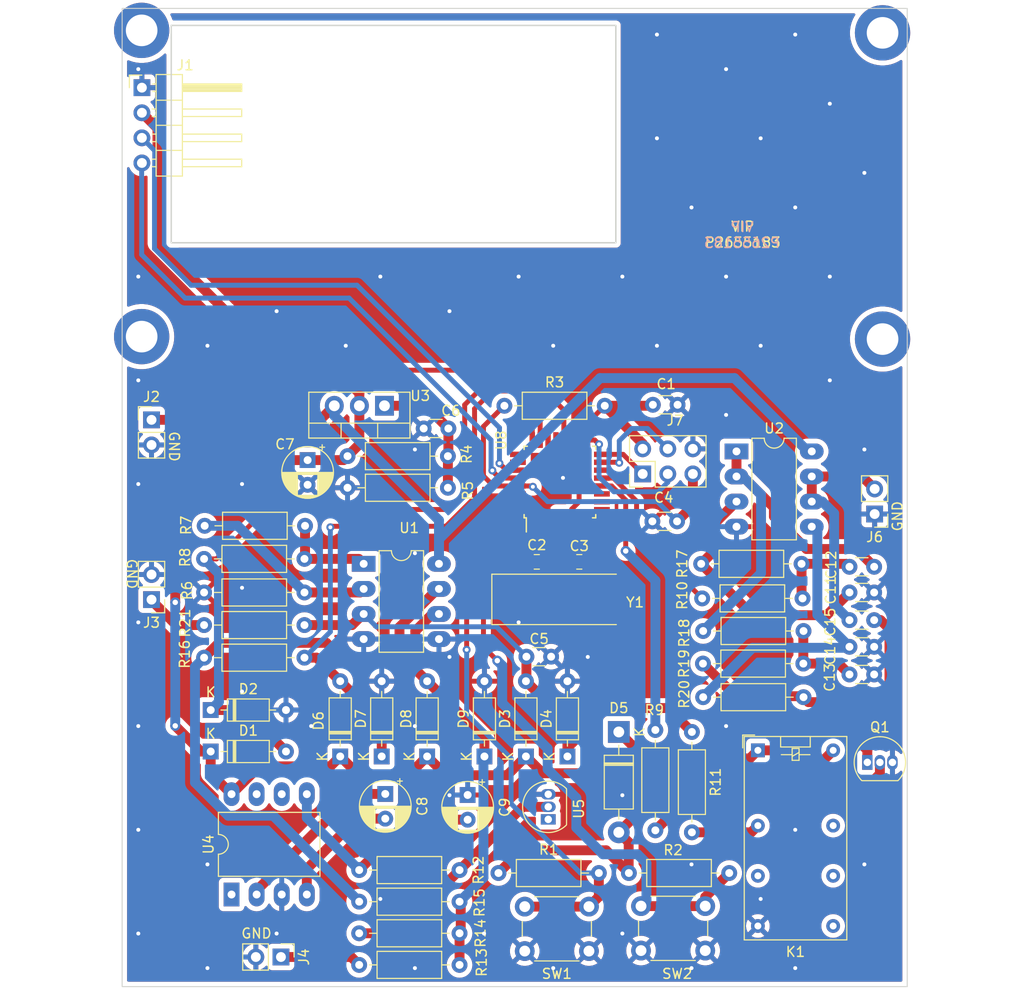
<source format=kicad_pcb>
(kicad_pcb (version 20221018) (generator pcbnew)
  (layers (0 "F.Cu" signal) (31 "B.Cu" signal) (34 "B.Paste" user) (35 "F.Paste" user) (36 "B.SilkS" user "B.Silkscreen") (37 "F.SilkS" user "F.Silkscreen") (38 "B.Mask" user) (39 "F.Mask" user) (44 "Edge.Cuts" user))
  (net 0 "")
  (net 1 "+5V")
  (net 2 "Earth")
  (net 3 "/PB6")
  (net 4 "/PB7")
  (net 5 "/RESET")
  (net 6 "Net-(D3-A)")
  (net 7 "Net-(U3-ADJ)")
  (net 8 "Net-(U4-CAP+)")
  (net 9 "Net-(U4-CAP-)")
  (net 10 "Net-(U4-VOUT)")
  (net 11 "Net-(U2A-+)")
  (net 12 "Net-(C12-Pad1)")
  (net 13 "Net-(U2A--)")
  (net 14 "Net-(C13-Pad1)")
  (net 15 "Net-(U2B-+)")
  (net 16 "Net-(C15-Pad1)")
  (net 17 "Net-(J6-Pin_2)")
  (net 18 "/ADC-DC")
  (net 19 "Net-(D5-A)")
  (net 20 "/SDA")
  (net 21 "/SCL")
  (net 22 "+9V")
  (net 23 "Net-(J3-Pin_1)")
  (net 24 "Net-(J4-Pin_1)")
  (net 25 "/MISO")
  (net 26 "/SCK")
  (net 27 "/MOSI")
  (net 28 "/Relay")
  (net 33 "Net-(Q1-B)")
  (net 34 "/Mode")
  (net 35 "/Range")
  (net 36 "Net-(U1A--)")
  (net 37 "Net-(R7-Pad2)")
  (net 38 "/Relay_switch")
  (net 39 "/PWM")
  (net 40 "Net-(U5-K)")
  (net 41 "Net-(D8-A)")
  (net 42 "/ADC-AC")
  (net 57 "Net-(R15-Pad2)")
  (footprint "Connector_PinHeader_2.54mm:PinHeader_2x03_P2.54mm_Vertical" (layer "F.Cu") (at 141.72 88.4 90)
    (fp_text reference "J7")
    (fp_text value "AVR-ISP-6")
  )
  (footprint "Capacitor_THT:C_Disc_D3.0mm_W1.6mm_P2.50mm" (layer "F.Cu") (at 145.2 93.2 180)
    (fp_text reference "C4")
    (fp_text value "100pF")
  )
  (footprint "Resistor_THT:R_Axial_DIN0207_L6.3mm_D2.5mm_P10.16mm_Horizontal" (layer "F.Cu") (at 150.48 128.8 180)
    (fp_text reference "R2")
    (fp_text value "10k")
  )
  (footprint "Resistor_THT:R_Axial_DIN0207_L6.3mm_D2.5mm_P10.16mm_Horizontal" (layer "F.Cu") (at 107.48 103.7 180)
    (fp_text reference "R21")
    (fp_text value "100k")
  )
  (footprint "Package_TO_SOT_THT:TO-92_Inline" (layer "F.Cu") (at 132.16 123.37 90)
    (fp_text reference "U5")
    (fp_text value "LM385BZ-1.2")
  )
  (footprint "Connector_PinHeader_2.54mm:PinHeader_1x02_P2.54mm_Vertical" (layer "F.Cu") (at 92 101.125 180)
    (fp_text reference "J3")
    (fp_text value "Conn_01x02")
  )
  (footprint "Diode_THT:D_DO-35_SOD27_P7.62mm_Horizontal" (layer "F.Cu") (at 115.3 117 90)
    (fp_text reference "D7")
    (fp_text value "D_Schottky")
  )
  (footprint "Connector_PinHeader_2.54mm:PinHeader_1x02_P2.54mm_Vertical" (layer "F.Cu") (at 92 82.925)
    (fp_text reference "J2")
    (fp_text value "Conn_01x02")
  )
  (footprint "Diode_THT:D_DO-35_SOD27_P7.62mm_Horizontal" (layer "F.Cu") (at 97.99 116.5)
    (fp_text reference "D1")
    (fp_text value "D_Schottky")
  )
  (footprint "Capacitor_SMD:C_0805_2012Metric_Pad1.18x1.45mm_HandSolder" (layer "F.Cu") (at 135.3 97.3)
    (fp_text reference "C3")
    (fp_text value "22pF")
  )
  (footprint "Connector_PinHeader_2.54mm:PinHeader_1x02_P2.54mm_Vertical" (layer "F.Cu") (at 105.1 137.3 -90)
    (fp_text reference "J4")
    (fp_text value "Conn_01x02")
  )
  (footprint "Resistor_THT:R_Axial_DIN0207_L6.3mm_D2.5mm_P10.16mm_Horizontal" (layer "F.Cu") (at 158 111 180)
    (fp_text reference "R20")
    (fp_text value "3.3k")
  )
  (footprint "MountingHole:MountingHole_3.2mm_M3_DIN965_Pad" (layer "F.Cu") (at 91 43.5)
    (fp_text reference "REF**" hide)
    (fp_text value "MountingHole_3.2mm_M3_DIN965_Pad")
  )
  (footprint "Capacitor_THT:C_Disc_D3.0mm_W1.6mm_P2.50mm" (layer "F.Cu") (at 129.95 106.9)
    (fp_text reference "C5")
    (fp_text value "100nF")
  )
  (footprint "Resistor_THT:R_Axial_DIN0207_L6.3mm_D2.5mm_P10.16mm_Horizontal" (layer "F.Cu") (at 97.38 93.65)
    (fp_text reference "R7")
    (fp_text value "16k")
  )
  (footprint "Resistor_THT:R_Axial_DIN0207_L6.3mm_D2.5mm_P10.16mm_Horizontal" (layer "F.Cu") (at 146.7 114.52 -90)
    (fp_text reference "R11")
    (fp_text value "10k")
  )
  (footprint "Package_DIP:DIP-8_W10.16mm_LongPads" (layer "F.Cu") (at 100.1 130.975 90)
    (fp_text reference "U4")
    (fp_text value "ICL7660")
  )
  (footprint "Diode_THT:D_DO-35_SOD27_P7.62mm_Horizontal" (layer "F.Cu") (at 129.9 117 90)
    (fp_text reference "D3")
    (fp_text value "D_Schottky")
  )
  (footprint "Diode_THT:D_DO-35_SOD27_P7.62mm_Horizontal" (layer "F.Cu") (at 97.99 112.3)
    (fp_text reference "D2")
    (fp_text value "D_Schottky")
  )
  (footprint "Package_TO_SOT_THT:TO-92_Inline" (layer "F.Cu") (at 164.46 117.6)
    (fp_text reference "Q1")
    (fp_text value "BC547")
  )
  (footprint "Capacitor_THT:C_Disc_D3.0mm_W1.6mm_P2.50mm" (layer "F.Cu") (at 162.65 100.4)
    (fp_text reference "C11")
    (fp_text value "270pF")
  )
  (footprint "Capacitor_THT:C_Disc_D3.0mm_W1.6mm_P2.50mm" (layer "F.Cu") (at 162.65 97.8)
    (fp_text reference "C12")
    (fp_text value "4.7nF")
  )
  (footprint "Diode_THT:D_DO-35_SOD27_P7.62mm_Horizontal" (layer "F.Cu") (at 111.1 117 90)
    (fp_text reference "D6")
    (fp_text value "D_Schottky")
  )
  (footprint "Package_QFP:TQFP-32_7x7mm_P0.8mm" (layer "F.Cu") (at 133.34 89.22 90)
    (fp_text reference "U8")
    (fp_text value "ATmega328P-A")
  )
  (footprint "MountingHole:MountingHole_3.2mm_M3_DIN965_Pad" (layer "F.Cu") (at 166 74.75)
    (fp_text reference "REF**" hide)
    (fp_text value "MountingHole_3.2mm_M3_DIN965_Pad")
  )
  (footprint "Diode_THT:D_DO-35_SOD27_P7.62mm_Horizontal" (layer "F.Cu") (at 125.7 117 90)
    (fp_text reference "D9")
    (fp_text value "D_Schottky")
  )
  (footprint "Capacitor_THT:C_Disc_D3.0mm_W1.6mm_P2.50mm" (layer "F.Cu") (at 165.15 103.2 180)
    (fp_text reference "C15")
    (fp_text value "4.7nF")
  )
  (footprint "Resistor_THT:R_Axial_DIN0207_L6.3mm_D2.5mm_P10.16mm_Horizontal" (layer "F.Cu") (at 113.02 134.9)
    (fp_text reference "R14")
    (fp_text value "10k")
  )
  (footprint "MountingHole:MountingHole_3.2mm_M3_DIN965_Pad" (layer "F.Cu") (at 166 43.75)
    (fp_text reference "REF**" hide)
    (fp_text value "MountingHole_3.2mm_M3_DIN965_Pad" hide)
  )
  (footprint "Package_DIP:DIP-8_W7.62mm_LongPads" (layer "F.Cu") (at 113.475 97.5)
    (fp_text reference "U1")
    (fp_text value "LM358")
  )
  (footprint "Package_DIP:DIP-8_W7.62mm_LongPads" (layer "F.Cu") (at 151.215 86.12)
    (fp_text reference "U2")
    (fp_text value "LM358")
  )
  (footprint "Package_TO_SOT_THT:TO-220-3_Vertical" (layer "F.Cu") (at 115.58 81.5 180)
    (fp_text reference "U3")
    (fp_text value "LM317L_TO92")
  )
  (footprint "Resistor_THT:R_Axial_DIN0207_L6.3mm_D2.5mm_P10.16mm_Horizontal" (layer "F.Cu") (at 123.18 131.7 180)
    (fp_text reference "R15")
    (fp_text value "20k")
  )
  (footprint "Resistor_THT:R_Axial_DIN0207_L6.3mm_D2.5mm_P10.16mm_Horizontal" (layer "F.Cu") (at 97.32 107)
    (fp_text reference "R16")
    (fp_text value "10k")
  )
  (footprint "Resistor_THT:R_Axial_DIN0207_L6.3mm_D2.5mm_P10.16mm_Horizontal" (layer "F.Cu") (at 111.84 86.6)
    (fp_text reference "R4")
    (fp_text value "220")
  )
  (footprint "Connector_PinHeader_2.54mm:PinHeader_1x04_P2.54mm_Horizontal" (layer "F.Cu") (at 91.025 49.3)
    (fp_text reference "J1")
    (fp_text value "Conn_01x04")
  )
  (footprint "Button_Switch_THT:SW_PUSH_6mm_H5mm" (layer "F.Cu") (at 129.78 132.2)
    (fp_text reference "SW1")
    (fp_text value "SW_SPST")
  )
  (footprint "Resistor_THT:R_Axial_DIN0207_L6.3mm_D2.5mm_P10.16mm_Horizontal" (layer "F.Cu") (at 97.32 100.4)
    (fp_text reference "R6")
    (fp_text value "24k")
  )
  (footprint "Capacitor_THT:CP_Radial_D5.0mm_P2.50mm" (layer "F.Cu") (at 107.8 87 -90)
    (fp_text reference "C7")
    (fp_text value "10uF")
  )
  (footprint "Connector_PinHeader_2.54mm:PinHeader_1x02_P2.54mm_Vertical" (layer "F.Cu") (at 165.2 92.46 180)
    (fp_text reference "J6")
    (fp_text value "Conn_01x02")
  )
  (footprint "Resistor_THT:R_Axial_DIN0207_L6.3mm_D2.5mm_P10.16mm_Horizontal" (layer "F.Cu") (at 127.72 81.5)
    (fp_text reference "R3")
    (fp_text value "10k")
  )
  (footprint "Diode_THT:D_DO-35_SOD27_P7.62mm_Horizontal" (layer "F.Cu") (at 119.9 117 90)
    (fp_text reference "D8")
    (fp_text value "D_Schottky")
  )
  (footprint "Capacitor_THT:CP_Radial_D5.0mm_P2.50mm" (layer "F.Cu") (at 115.66 120.794888 -90)
    (fp_text reference "C8")
    (fp_text value "10uF")
  )
  (footprint "Resistor_THT:R_Axial_DIN0207_L6.3mm_D2.5mm_P10.16mm_Horizontal" (layer "F.Cu") (at 113.02 128.5)
    (fp_text reference "R12")
    (fp_text value "1k")
  )
  (footprint "Resistor_THT:R_Axial_DIN0207_L6.3mm_D2.5mm_P10.16mm_Horizontal" (layer "F.Cu") (at 147.74 101)
    (fp_text reference "R10")
    (fp_text value "10k")
  )
  (footprint "Capacitor_THT:C_Disc_D3.0mm_W1.6mm_P2.50mm" (layer "F.Cu") (at 142.75 81.4)
    (fp_text reference "C1")
    (fp_text value "100pF")
  )
  (footprint "Resistor_THT:R_Axial_DIN0207_L6.3mm_D2.5mm_P10.16mm_Horizontal" (layer "F.Cu") (at 157.98 107.6 180)
    (fp_text reference "R19")
    (fp_text value "10k")
  )
  (footprint "Resistor_THT:R_Axial_DIN0207_L6.3mm_D2.5mm_P10.16mm_Horizontal" (layer "F.Cu") (at 147.84 104.3)
    (fp_text reference "R18")
    (fp_text value "10k")
  )
  (footprint "Crystal:Crystal_SMD_HC49-SD" (layer "F.Cu") (at 133.15 101.1)
    (fp_text reference "Y1")
    (fp_text value "16MHz")
  )
  (footprint "Resistor_THT:R_Axial_DIN0207_L6.3mm_D2.5mm_P10.16mm_Horizontal" (layer "F.Cu") (at 107.48 97 180)
    (fp_text reference "R8")
    (fp_text value "1k")
  )
  (footprint "Resistor_THT:R_Axial_DIN0207_L6.3mm_D2.5mm_P10.16mm_Horizontal" (layer "F.Cu") (at 113.02 138.1)
    (fp_text reference "R13")
    (fp_text value "82k")
  )
  (footprint "Diode_THT:D_DO-35_SOD27_P7.62mm_Horizontal" (layer "F.Cu") (at 134.1 117 90)
    (fp_text reference "D4")
    (fp_text value "D_Schottky")
  )
  (footprint "Diode_THT:D_DO-41_SOD81_P10.16mm_Horizontal" (layer "F.Cu") (at 139.3 114.52 -90)
    (fp_text reference "D5")
    (fp_text value "DIODE")
  )
  (footprint "Capacitor_SMD:C_0805_2012Metric_Pad1.18x1.45mm_HandSolder" (layer "F.Cu") (at 131 97.3 180)
    (fp_text reference "C2")
    (fp_text value "22pF")
  )
  (footprint "Relay_THT:Relay_DPDT_Omron_G5V-2" (layer "F.Cu") (at 153.38 116.38)
    (fp_text reference "K1")
    (fp_text value "G5V-2")
  )
  (footprint "Resistor_THT:R_Axial_DIN0207_L6.3mm_D2.5mm_P10.16mm_Horizontal" (layer "F.Cu") (at 143 124.48 90)
    (fp_text reference "R9")
    (fp_text value "10k")
  )
  (footprint "Resistor_THT:R_Axial_DIN0207_L6.3mm_D2.5mm_P10.16mm_Horizontal" (layer "F.Cu") (at 122 89.8 180)
    (fp_text reference "R5")
    (fp_text value "680")
  )
  (footprint "Capacitor_THT:C_Disc_D3.0mm_W1.6mm_P2.50mm" (layer "F.Cu") (at 162.65 108.7)
    (fp_text reference "C13")
    (fp_text value "220pF")
  )
  (footprint "Resistor_THT:R_Axial_DIN0207_L6.3mm_D2.5mm_P10.16mm_Horizontal" (layer "F.Cu") (at 127.12 128.8)
    (fp_text reference "R1")
    (fp_text value "10k")
  )
  (footprint "MountingHole:MountingHole_3.2mm_M3_DIN965_Pad" (layer "F.Cu") (at 91 74.5)
    (fp_text reference "REF**" hide)
    (fp_text value "MountingHole_3.2mm_M3_DIN965_Pad")
  )
  (footprint "Capacitor_THT:C_Disc_D3.0mm_W1.6mm_P2.50mm" (layer "F.Cu") (at 162.65 105.9)
    (fp_text reference "C14")
    (fp_text value "270pF")
  )
  (footprint "Capacitor_THT:C_Disc_D3.0mm_W1.6mm_P2.50mm" (layer "F.Cu") (at 122.05 83.8 180)
    (fp_text reference "C6")
    (fp_text value "0.1uF")
  )
  (footprint "Resistor_THT:R_Axial_DIN0207_L6.3mm_D2.5mm_P10.16mm_Horizontal" (layer "F.Cu") (at 157.8 97.5 180)
    (fp_text reference "R17")
    (fp_text value "3.3k")
  )
  (footprint "Capacitor_THT:CP_Radial_D5.0mm_P2.50mm" (layer "F.Cu") (at 124 120.9 -90)
    (fp_text reference "C9")
    (fp_text value "10uF")
  )
  (footprint "Button_Switch_THT:SW_PUSH_6mm_H5mm" (layer "F.Cu") (at 141.55 132.15)
    (fp_text reference "SW2")
    (fp_text value "SW_SPST")
  )
  (gr_rect (start 94 43) (end 139 65) (stroke (width 0.15)) (fill none) (layer "Edge.Cuts"))
  (gr_rect (start 89.027 41.275) (end 168.5 140.3) (stroke (width 0.1)) (fill none) (layer "Edge.Cuts"))
  (gr_text "VIP\nP2655183" (at 151.775 65.6) (layer "B.SilkS") (effects (font (size 1 1)) (justify bottom mirror)))
  (gr_text "GND" (at 89.4 96.9 -90) (layer "F.SilkS") (effects (font (size 1 1)) (justify left bottom)))
  (gr_text "GND" (at 93.7 84 -90) (layer "F.SilkS") (effects (font (size 1 1)) (justify left bottom)))
  (gr_text "GND" (at 101 135.5) (layer "F.SilkS") (effects (font (size 1 1)) (justify left bottom)))
  (gr_text "GND" (at 168.1 94.3 90) (layer "F.SilkS") (effects (font (size 1 1)) (justify left bottom)))
  (gr_text "VIP\nP2655183" (at 151.85 65.55) (layer "F.SilkS") (effects (font (size 1 1)) (justify bottom)))
  (segment (start 121.8 118.9) (end 119.9 117) (width 1) (layer "F.Cu") (net 1))
  (segment (start 97.99 118.705) (end 100.1 120.815) (width 1) (layer "F.Cu") (net 1))
  (segment (start 141.72 85.86) (end 141.72 85.34) (width 1) (layer "F.Cu") (net 1))
  (segment (start 97.99 116.5) (end 97.99 118.705) (width 1) (layer "F.Cu") (net 1))
  (segment (start 145.28 118.7) (end 158.7 118.7) (width 1) (layer "F.Cu") (net 1))
  (segment (start 134.54 91.96) (end 135.28 91.22) (width 0.5) (layer "F.Cu") (net 1))
  (segment (start 138.02 126.5) (end 140.32 128.8) (width 1) (layer "F.Cu") (net 1))
  (segment (start 133.74 84.97) (end 133.74 86.145) (width 0.5) (layer "F.Cu") (net 1))
  (segment (start 141.72 85.34) (end 137.88 81.5) (width 1) (layer "F.Cu") (net 1))
  (segment (start 133.815 86.22) (end 135.28 86.22) (width 0.5) (layer "F.Cu") (net 1))
  (segment (start 139.3 124.68) (end 145.28 118.7) (width 1) (layer "F.Cu") (net 1))
  (segment (start 135.28 86.22) (end 135.34 86.16) (width 0.5) (layer "F.Cu") (net 1))
  (segment (start 113.04 80.095) (end 115.235 77.9) (width 0.5) (layer "F.Cu") (net 1))
  (segment (start 118 118.9) (end 119.9 117) (width 1) (layer "F.Cu") (net 1))
  (segment (start 129.9 117) (end 128 118.9) (width 1) (layer "F.Cu") (net 1))
  (segment (start 134.54 92.295) (end 134.54 93.47) (width 0.5) (layer "F.Cu") (net 1))
  (segment (start 158.7 118.7) (end 161 116.4) (width 1) (layer "F.Cu") (net 1))
  (segment (start 142.65 81.5) (end 142.75 81.4) (width 1) (layer "F.Cu") (net 1))
  (segment (start 111.9 79.1) (end 106.685786 79.1) (width 1) (layer "F.Cu") (net 1))
  (segment (start 128 118.9) (end 121.8 118.9) (width 1) (layer "F.Cu") (net 1))
  (segment (start 113.04 80.24) (end 111.9 79.1) (width 1) (layer "F.Cu") (net 1))
  (segment (start 97 116.5) (end 97.99 116.5) (width 1) (layer "F.Cu") (net 1))
  (segment (start 133.74 86.145) (end 133.815 86.22) (width 0.5) (layer "F.Cu") (net 1))
  (segment (start 134.54 93.47) (end 134.54 91.96) (width 0.5) (layer "F.Cu") (net 1))
  (segment (start 113.04 81.5) (end 113.04 80.24) (width 1) (layer "F.Cu") (net 1))
  (segment (start 111.84 86.6) (end 113.04 85.4) (width 1) (layer "F.Cu") (net 1))
  (segment (start 131.6 118.7) (end 129.9 117) (width 1) (layer "F.Cu") (net 1))
  (segment (start 161 116.4) (end 161 116.38) (width 1) (layer "F.Cu") (net 1))
  (segment (start 111.44 87) (end 111.84 86.6) (width 1) (layer "F.Cu") (net 1))
  (segment (start 135.28 91.22) (end 135.28 86.22) (width 0.5) (layer "F.Cu") (net 1))
  (segment (start 111.1 117) (end 113 118.9) (width 1) (layer "F.Cu") (net 1))
  (segment (start 115.235 77.9) (end 129.7 77.9) (width 0.5) (layer "F.Cu") (net 1))
  (segment (start 94.4 113.9) (end 97 116.5) (width 1) (layer "F.Cu") (net 1))
  (segment (start 102.915 118) (end 110.1 118) (width 1) (layer "F.Cu") (net 1))
  (segment (start 139.3 124.68) (end 140.3 125.68) (width 1) (layer "F.Cu") (net 1))
  (segment (start 129.7 77.9) (end 133.74 81.94) (width 0.5) (layer "F.Cu") (net 1))
  (segment (start 133.015 92.22) (end 134.465 92.22) (width 0.5) (layer "F.Cu") (net 1))
  (segment (start 129.42 126.5) (end 138.02 126.5) (width 1) (layer "F.Cu") (net 1))
  (segment (start 133.74 81.94) (end 133.74 84.97) (width 0.5) (layer "F.Cu") (net 1))
  (segment (start 113.04 85.4) (end 113.04 81.5) (width 1) (layer "F.Cu") (net 1))
  (segment (start 107.8 87) (end 111.44 87) (width 1) (layer "F.Cu") (net 1))
  (segment (start 100.1 120.815) (end 102.915 118) (width 1) (layer "F.Cu") (net 1))
  (segment (start 135.34 86.16) (end 135.34 84.97) (width 0.5) (layer "F.Cu") (net 1))
  (segment (start 113.04 81.5) (end 113.04 80.095) (width 0.5) (layer "F.Cu") (net 1))
  (segment (start 94.4 91.8) (end 99.2 87) (width 1) (layer "F.Cu") (net 1))
  (segment (start 110.1 118) (end 111.1 117) (width 1) (layer "F.Cu") (net 1))
  (segment (start 127.12 128.8) (end 129.42 126.5) (width 1) (layer "F.Cu") (net 1))
  (segment (start 137.88 81.5) (end 142.65 81.5) (width 1) (layer "F.Cu") (net 1))
  (segment (start 132.94 93.47) (end 132.94 92.295) (width 0.5) (layer "F.Cu") (net 1))
  (segment (start 140.3 128.78) (end 140.32 128.8) (width 1) (layer "F.Cu") (net 1))
  (segment (start 113 118.9) (end 118 118.9) (width 1) (layer "F.Cu") (net 1))
  (segment (start 137.88 81.5) (end 135.34 84.04) (width 0.5) (layer "F.Cu") (net 1))
  (segment (start 135.34 84.04) (end 135.34 84.97) (width 0.5) (layer "F.Cu") (net 1))
  (segment (start 106.685786 79.1) (end 92.6 65.014214) (width 1) (layer "F.Cu") (net 1))
  (segment (start 145.28 118.7) (end 131.6 118.7) (width 1) (layer "F.Cu") (net 1))
  (segment (start 94.4 101.4) (end 94.4 91.8) (width 1) (layer "F.Cu") (net 1))
  (segment (start 140.3 125.68) (end 140.3 128.78) (width 1) (layer "F.Cu") (net 1))
  (segment (start 132.94 92.295) (end 133.015 92.22) (width 0.5) (layer "F.Cu") (net 1))
  (segment (start 99.2 87) (end 107.8 87) (width 1) (layer "F.Cu") (net 1))
  (segment (start 134.465 92.22) (end 134.54 92.295) (width 0.5) (layer "F.Cu") (net 1))
  (segment (start 92.6 53.415) (end 91.025 51.84) (width 1) (layer "F.Cu") (net 1))
  (segment (start 92.6 65.014214) (end 92.6 53.415) (width 1) (layer "F.Cu") (net 1))
  (via (at 94.4 101.4) (size 1) (drill 0.55) (layers "F.Cu" "B.Cu") (net 1))
  (via (at 94.4 113.9) (size 1) (drill 0.55) (layers "F.Cu" "B.Cu") (net 1))
  (segment (start 94.4 101.4) (end 94.4 113.9) (width 1) (layer "B.Cu") (net 1))
  (segment (start 132.94 84.97) (end 132.94 86.16) (width 0.5) (layer "F.Cu") (net 2))
  (segment (start 164.85 92.81) (end 165.2 92.46) (width 1) (layer "F.Cu") (net 2))
  (segment (start 133.3875 95.1225) (end 132.14 95.1225) (width 0.5) (layer "F.Cu") (net 2))
  (segment (start 133.74 93.47) (end 133.74 94.77) (width 0.5) (layer "F.Cu") (net 2))
  (segment (start 129.9625 97.3) (end 132.14 95.1225) (width 0.5) (layer "F.Cu") (net 2))
  (segment (start 132.14 95.1225) (end 132.14 93.47) (width 0.5) (layer "F.Cu") (net 2))
  (segment (start 132.14 86.96) (end 132.14 93.47) (width 0.5) (layer "F.Cu") (net 2))
  (segment (start 132.94 86.16) (end 132.14 86.96) (width 0.5) (layer "F.Cu") (net 2))
  (segment (start 133.74 94.77) (end 133.3875 95.1225) (width 0.5) (layer "F.Cu") (net 2))
  (via (at 129.160714 103.425) (size 0.8) (drill 0.4) (layers "F.Cu" "B.Cu") (net 2))
  (via (at 139.660714 68.425) (size 0.8) (drill 0.4) (layers "F.Cu" "B.Cu") (net 2))
  (via (at 129.160714 68.425) (size 0.8) (drill 0.4) (layers "F.Cu" "B.Cu") (net 2))
  (via (at 132.660714 75.425) (size 0.8) (drill 0.4) (layers "F.Cu" "B.Cu") (net 2))
  (via (at 160.660714 68.425) (size 0.8) (drill 0.4) (layers "F.Cu" "B.Cu") (net 2))
  (via (at 160.660714 78.925) (size 0.8) (drill 0.4) (layers "F.Cu" "B.Cu") (net 2))
  (via (at 90.660714 124.425) (size 0.8) (drill 0.4) (layers "F.Cu" "B.Cu") (net 2))
  (via (at 115.160714 131.425) (size 0.8) (drill 0.4) (layers "F.Cu" "B.Cu") (net 2))
  (via (at 90.660714 134.925) (size 0.8) (drill 0.4) (layers "F.Cu" "B.Cu") (net 2))
  (via (at 101.160714 99.925) (size 0.8) (drill 0.4) (layers "F.Cu" "B.Cu") (net 2))
  (via (at 90.660714 113.925) (size 0.8) (drill 0.4) (layers "F.Cu" "B.Cu") (net 2))
  (via (at 97.660714 75.425) (size 0.8) (drill 0.4) (layers "F.Cu" "B.Cu") (net 2))
  (via (at 118.660714 96.425) (size 0.8) (drill 0.4) (layers "F.Cu" "B.Cu") (net 2))
  (via (at 150.160714 82.425) (size 0.8) (drill 0.4) (layers "F.Cu" "B.Cu") (net 2))
  (via (at 143.160714 75.425) (size 0.8) (drill 0.4) (layers "F.Cu" "B.Cu") (net 2))
  (via (at 143.160714 43.925) (size 0.8) (drill 0.4) (layers "F.Cu" "B.Cu") (net 2))
  (via (at 153.660714 75.425) (size 0.8) (drill 0.4) (layers "F.Cu" "B.Cu") (net 2))
  (via (at 164.160714 85.925) (size 0.8) (drill 0.4) (layers "F.Cu" "B.Cu") (net 2))
  (via (at 157.160714 61.425) (size 0.8) (drill 0.4) (layers "F.Cu" "B.Cu") (net 2))
  (via (at 111.660714 75.425) (size 0.8) (drill 0.4) (layers "F.Cu" "B.Cu") (net 2))
  (via (at 150.160714 47.425) (size 0.8) (drill 0.4) (layers "F.Cu" "B.Cu") (net 2))
  (via (at 150.160714 68.425) (size 0.8) (drill 0.4) (layers "F.Cu" "B.Cu") (net 2))
  (via (at 122.160714 120.925) (size 0.8) (drill 0.4) (layers "F.Cu" "B.Cu") (net 2))
  (via (at 122.160714 106.925) (size 0.8) (drill 0.4) (layers "F.Cu" "B.Cu") (net 2))
  (via (at 157.160714 43.925) (size 0.8) (drill 0.4) (layers "F.Cu" "B.Cu") (net 2))
  (via (at 118.660714 138.425) (size 0.8) (drill 0.4) (layers "F.Cu" "B.Cu") (net 2))
  (via (at 146.660714 127.925) (size 0.8) (drill 0.4) (layers "F.Cu" "B.Cu") (net 2))
  (via (at 157.160714 124.425) (size 0.8) (drill 0.4) (layers "F.Cu" "B.Cu") (net 2))
  (via (at 122.160714 71.925) (size 0.8) (drill 0.4) (layers "F.Cu" "B.Cu") (net 2))
  (via (at 118.660714 85.925) (size 0.8) (drill 0.4) (layers "F.Cu" "B.Cu") (net 2))
  (via (at 115.160714 68.425) (size 0.8) (drill 0.4) (layers "F.Cu" "B.Cu") (net 2))
  (via (at 139.660714 120.925) (size 0.8) (drill 0.4) (layers "F.Cu" "B.Cu") (net 2))
  (via (at 157.160714 138.425) (size 0.8) (drill 0.4) (layers "F.Cu" "B.Cu") (net 2))
  (via (at 146.660714 61.425) (size 0.8) (drill 0.4) (layers "F.Cu" "B.Cu") (net 2))
  (via (at 160.660714 50.925) (size 0.8) (drill 0.4) (layers "F.Cu" "B.Cu") (net 2))
  (via (at 104.660714 71.925) (size 0.8) (drill 0.4) (layers "F.Cu" "B.Cu") (net 2))
  (via (at 133.65 88.8) (size 0.8) (drill 0.4) (layers "F.Cu" "B.Cu") (net 2))
  (via (at 90.660714 89.425) (size 0.8) (drill 0.4) (layers "F.Cu" "B.Cu") (net 2))
  (via (at 97.660714 138.425) (size 0.8) (drill 0.4) (layers "F.Cu" "B.Cu") (net 2))
  (via (at 132.660714 138.425) (size 0.8) (drill 0.4) (layers "F.Cu" "B.Cu") (net 2))
  (via (at 139.660714 134.925) (size 0.8) (drill 0.4) (layers "F.Cu" "B.Cu") (net 2))
  (via (at 164.160714 57.925) (size 0.8) (drill 0.4) (layers "F.Cu" "B.Cu") (net 2))
  (via (at 153.660714 54.425) (size 0.8) (drill 0.4) (layers "F.Cu" "B.Cu") (net 2))
  (via (at 146.660714 138.425) (size 0.8) (drill 0.4) (layers "F.Cu" "B.Cu") (net 2))
  (via (at 90.660714 68.425) (size 0.8) (drill 0.4) (layers "F.Cu" "B.Cu") (net 2))
  (via (at 164.160714 127.925) (size 0.8) (drill 0.4) (layers "F.Cu" "B.Cu") (net 2))
  (via (at 118.660714 113.925) (size 0.8) (drill 0.4) (layers "F.Cu" "B.Cu") (net 2))
  (via (at 143.160714 54.425) (size 0.8) (drill 0.4) (layers "F.Cu" "B.Cu") (net 2))
  (via (at 90.660714 103.425) (size 0.8) (drill 0.4) (layers "F.Cu" "B.Cu") (net 2))
  (via (at 101.160714 89.425) (size 0.8) (drill 0.4) (layers "F.Cu" "B.Cu") (net 2))
  (via (at 101.160714 110.425) (size 0.8) (drill 0.4) (layers "F.Cu" "B.Cu") (net 2))
  (via (at 150.160714 113.925) (size 0.8) (drill 0.4) (layers "F.Cu" "B.Cu") (net 2))
  (via (at 90.660714 78.925) (size 0.8) (drill 0.4) (layers "F.Cu" "B.Cu") (net 2))
  (via (at 90.660714 47.425) (size 0.8) (drill 0.4) (layers "F.Cu" "B.Cu") (net 2))
  (via (at 153.660714 131.425) (size 0.8) (drill 0.4) (layers "F.Cu" "B.Cu") (net 2))
  (via (at 108.160714 113.925) (size 0.8) (drill 0.4) (layers "F.Cu" "B.Cu") (net 2))
  (via (at 125.660714 134.925) (size 0.8) (drill 0.4) (layers "F.Cu" "B.Cu") (net 2))
  (via (at 97.660714 127.925) (size 0.8) (drill 0.4) (layers "F.Cu" "B.Cu") (net 2))
  (via (at 136.160714 106.925) (size 0.8) (drill 0.4) (layers "F.Cu" "B.Cu") (net 2))
  (via (at 104.660714 134.925) (size 0.8) (drill 0.4) (layers "F.Cu" "B.Cu") (net 2))
  (segment (start 128.9 101.1) (end 132.0375 97.9625) (width 0.5) (layer "F.Cu") (net 3))
  (segment (start 132.0375 97.9625) (end 132.0375 97.3) (width 0.5) (layer "F.Cu") (net 3))
  (segment (start 132.460051 97.3) (end 135.34 94.420051) (width 0.5) (layer "F.Cu") (net 3))
  (segment (start 132.0375 97.3) (end 132.460051 97.3) (width 0.5) (layer "F.Cu") (net 3))
  (segment (start 135.34 94.420051) (end 135.34 93.47) (width 0.5) (layer "F.Cu") (net 3))
  (segment (start 134.2625 97.3) (end 136.14 95.4225) (width 0.5) (layer "F.Cu") (net 4))
  (segment (start 134.2625 97.3) (end 134.2625 97.9625) (width 0.5) (layer "F.Cu") (net 4))
  (segment (start 134.2625 97.9625) (end 137.4 101.1) (width 0.5) (layer "F.Cu") (net 4))
  (segment (start 136.14 95.4225) (end 136.14 93.47) (width 0.5) (layer "F.Cu") (net 4))
  (segment (start 129.09 89.62) (end 130.52 89.62) (width 0.5) (layer "F.Cu") (net 5))
  (segment (start 127.7 81.5) (end 127.72 81.5) (width 0.5) (layer "F.Cu") (net 5))
  (segment (start 129.09 89.62) (end 126.62 89.62) (width 0.5) (layer "F.Cu") (net 5))
  (segment (start 146.8 88.4) (end 146.8 91.6) (width 1) (layer "F.Cu") (net 5))
  (segment (start 126.62 89.62) (end 125.6 88.6) (width 0.5) (layer "F.Cu") (net 5))
  (segment (start 125.6 88.6) (end 125.6 83.6) (width 0.5) (layer "F.Cu") (net 5))
  (segment (start 125.6 83.6) (end 127.7 81.5) (width 0.5) (layer "F.Cu") (net 5))
  (segment (start 130.52 89.62) (end 130.6 89.7) (width 0.5) (layer "F.Cu") (net 5))
  (segment (start 146.8 91.6) (end 145.2 93.2) (width 1) (layer "F.Cu") (net 5))
  (via (at 130.6 89.7) (size 0.8) (drill 0.4) (layers "F.Cu" "B.Cu") (net 5))
  (segment (start 145.2 93.2) (end 143.2 91.2) (width 0.5) (layer "B.Cu") (net 5))
  (segment (start 143.2 91.2) (end 132.1 91.2) (width 0.5) (layer "B.Cu") (net 5))
  (segment (start 132.1 91.2) (end 130.6 89.7) (width 0.5) (layer "B.Cu") (net 5))
  (segment (start 113.42 102.58) (end 112.3 103.7) (width 1) (layer "F.Cu") (net 6))
  (segment (start 112.3 103.7) (end 107.48 103.7) (width 1) (layer "F.Cu") (net 6))
  (segment (start 134.1 117) (end 134.1 113.58) (width 1) (layer "F.Cu") (net 6))
  (segment (start 129.95 106.9) (end 129.95 109.33) (width 1) (layer "F.Cu") (net 6))
  (segment (start 144.28 112.1) (end 138.12 112.1) (width 1) (layer "F.Cu") (net 6))
  (segment (start 146.7 114.52) (end 144.28 112.1) (width 1) (layer "F.Cu") (net 6))
  (segment (start 113.475 102.58) (end 113.42 102.58) (width 1) (layer "F.Cu") (net 6))
  (segment (start 138.12 112.1) (end 134.1 116.12) (width 1) (layer "F.Cu") (net 6))
  (segment (start 134.1 116.12) (end 134.1 117) (width 1) (layer "F.Cu") (net 6))
  (segment (start 134.1 113.58) (end 129.9 109.38) (width 1) (layer "F.Cu") (net 6))
  (segment (start 129.95 109.33) (end 129.9 109.38) (width 1) (layer "F.Cu") (net 6))
  (segment (start 113.475 102.58) (end 114.765 103.87) (width 0.5) (layer "B.Cu") (net 6))
  (segment (start 114.765 103.87) (end 126.92 103.87) (width 0.5) (layer "B.Cu") (net 6))
  (segment (start 126.92 103.87) (end 129.95 106.9) (width 0.5) (layer "B.Cu") (net 6))
  (segment (start 122 89.8) (end 122 86.6) (width 1) (layer "F.Cu") (net 7))
  (segment (start 115.58 81.5) (end 119.75 81.5) (width 1) (layer "F.Cu") (net 7))
  (segment (start 119.75 81.5) (end 122.05 83.8) (width 1) (layer "F.Cu") (net 7))
  (segment (start 122.05 83.8) (end 122.05 86.55) (width 1) (layer "F.Cu") (net 7))
  (segment (start 122.05 86.55) (end 122 86.6) (width 1) (layer "F.Cu") (net 7))
  (segment (start 112.405112 120.794888) (end 115.66 120.794888) (width 1) (layer "F.Cu") (net 8))
  (segment (start 102.64 130.56) (end 112.405112 120.794888) (width 1) (layer "F.Cu") (net 8))
  (segment (start 102.64 130.975) (end 102.64 130.56) (width 1) (layer "F.Cu") (net 8))
  (segment (start 107.72 128.38) (end 112.805112 123.294888) (width 1) (layer "F.Cu") (net 9))
  (segment (start 107.72 130.975) (end 107.72 128.38) (width 1) (layer "F.Cu") (net 9))
  (segment (start 112.805112 123.294888) (end 115.66 123.294888) (width 1) (layer "F.Cu") (net 9))
  (segment (start 113.02 128.5) (end 118.12 123.4) (width 1) (layer "F.Cu") (net 10))
  (segment (start 118.12 123.4) (end 124 123.4) (width 1) (layer "F.Cu") (net 10))
  (segment (start 107.72 123.2) (end 113.02 128.5) (width 1) (layer "B.Cu") (net 10))
  (segment (start 107.72 120.815) (end 107.72 123.2) (width 1) (layer "B.Cu") (net 10))
  (segment (start 147.64 97.5) (end 148.8 96.34) (width 1) (layer "F.Cu") (net 11))
  (segment (start 152.84 102.7) (end 147.64 97.5) (width 1) (layer "F.Cu") (net 11))
  (segment (start 162.65 100.4) (end 160.35 102.7) (width 1) (layer "F.Cu") (net 11))
  (segment (start 148.8 93.615) (end 151.215 91.2) (width 1) (layer "F.Cu") (net 11))
  (segment (start 160.35 102.7) (end 152.84 102.7) (width 1) (layer "F.Cu") (net 11))
  (segment (start 148.8 96.34) (end 148.8 93.615) (width 1) (layer "F.Cu") (net 11))
  (segment (start 157.8 97.5) (end 157.8 100.9) (width 1) (layer "F.Cu") (net 12))
  (segment (start 162.65 97.8) (end 162.35 97.5) (width 1) (layer "F.Cu") (net 12))
  (segment (start 162.35 97.5) (end 157.8 97.5) (width 1) (layer "F.Cu") (net 12))
  (segment (start 157.8 100.9) (end 157.9 101) (width 1) (layer "F.Cu") (net 12))
  (segment (start 163.35 96) (end 165.15 97.8) (width 1) (layer "F.Cu") (net 13))
  (segment (start 151.215 86.12) (end 151.215 88.66) (width 1) (layer "F.Cu") (net 13))
  (segment (start 158.3 96) (end 163.35 96) (width 1) (layer "F.Cu") (net 13))
  (segment (start 151.86 88.66) (end 155 91.8) (width 1) (layer "F.Cu") (net 13))
  (segment (start 155 92.7) (end 158.3 96) (width 1) (layer "F.Cu") (net 13))
  (segment (start 155 91.8) (end 155 92.7) (width 1) (layer "F.Cu") (net 13))
  (segment (start 151.215 88.66) (end 151.86 88.66) (width 1) (layer "F.Cu") (net 13))
  (segment (start 147.84 104.3) (end 153.7 98.44) (width 1) (layer "B.Cu") (net 13))
  (segment (start 153.7 90.5) (end 151.86 88.66) (width 1) (layer "B.Cu") (net 13))
  (segment (start 151.86 88.66) (end 151.215 88.66) (width 1) (layer "B.Cu") (net 13))
  (segment (start 153.7 98.44) (end 153.7 90.5) (width 1) (layer "B.Cu") (net 13))
  (segment (start 157.98 104.32) (end 158 104.3) (width 1) (layer "F.Cu") (net 14))
  (segment (start 161.55 107.6) (end 162.65 108.7) (width 1) (layer "F.Cu") (net 14))
  (segment (start 157.98 107.6) (end 161.55 107.6) (width 1) (layer "F.Cu") (net 14))
  (segment (start 157.98 107.6) (end 157.98 104.32) (width 1) (layer "F.Cu") (net 14))
  (segment (start 147.84 111) (end 152.84 106) (width 1) (layer "B.Cu") (net 15))
  (segment (start 159.4 102.65) (end 162.65 105.9) (width 1) (layer "B.Cu") (net 15))
  (segment (start 159.4 94.305) (end 159.4 102.65) (width 1) (layer "B.Cu") (net 15))
  (segment (start 152.84 106) (end 162.55 106) (width 1) (layer "B.Cu") (net 15))
  (segment (start 162.55 106) (end 162.65 105.9) (width 1) (layer "B.Cu") (net 15))
  (segment (start 158.835 93.74) (end 159.4 94.305) (width 1) (layer "B.Cu") (net 15))
  (segment (start 166.7 109.7) (end 164.9 111.5) (width 1) (layer "F.Cu") (net 16))
  (segment (start 165.8 103.2) (end 166.7 104.1) (width 1) (layer "F.Cu") (net 16))
  (segment (start 165.15 103.2) (end 165.8 103.2) (width 1) (layer "F.Cu") (net 16))
  (segment (start 157.9 110.9) (end 158 111) (width 1) (layer "F.Cu") (net 16))
  (segment (start 151.12 110.9) (end 157.9 110.9) (width 1) (layer "F.Cu") (net 16))
  (segment (start 166.7 104.1) (end 166.7 109.7) (width 1) (layer "F.Cu") (net 16))
  (segment (start 147.82 107.6) (end 151.12 110.9) (width 1) (layer "F.Cu") (net 16))
  (segment (start 158.5 111.5) (end 158 111) (width 1) (layer "F.Cu") (net 16))
  (segment (start 164.9 111.5) (end 158.5 111.5) (width 1) (layer "F.Cu") (net 16))
  (segment (start 163.94 88.66) (end 165.2 89.92) (width 1) (layer "F.Cu") (net 17))
  (segment (start 158.835 88.66) (end 163.94 88.66) (width 1) (layer "F.Cu") (net 17))
  (segment (start 158.835 88.66) (end 158.835 91.2) (width 1) (layer "F.Cu") (net 17))
  (segment (start 161.1 92.4) (end 161.1 101.65) (width 1) (layer "B.Cu") (net 17))
  (segment (start 161.1 101.65) (end 162.65 103.2) (width 1) (layer "B.Cu") (net 17))
  (segment (start 159.9 91.2) (end 161.1 92.4) (width 1) (layer "B.Cu") (net 17))
  (segment (start 158.835 91.2) (end 159.9 91.2) (width 1) (layer "B.Cu") (net 17))
  (segment (start 129 79.1) (end 126 79.1) (width 0.5) (layer "F.Cu") (net 18))
  (segment (start 126 79.1) (end 123.7 81.4) (width 0.5) (layer "F.Cu") (net 18))
  (segment (start 123.7 90.4) (end 122.1 92) (width 0.5) (layer "F.Cu") (net 18))
  (segment (start 98.575 97) (end 97.32 97) (width 0.5) (layer "F.Cu") (net 18))
  (segment (start 131.34 81.44) (end 129 79.1) (width 0.5) (layer "F.Cu") (net 18))
  (segment (start 101.41 112.3) (end 105.61 116.5) (width 1) (layer "F.Cu") (net 18))
  (segment (start 131.34 84.97) (end 131.34 81.44) (width 0.5) (layer "F.Cu") (net 18))
  (segment (start 123.7 81.4) (end 123.7 90.4) (width 0.5) (layer "F.Cu") (net 18))
  (segment (start 122.1 92) (end 103.575 92) (width 0.5) (layer "F.Cu") (net 18))
  (segment (start 97.99 112.3) (end 101.41 112.3) (width 1) (layer "F.Cu") (net 18))
  (segment (start 103.575 92) (end 98.575 97) (width 0.5) (layer "F.Cu") (net 18))
  (segment (start 98.82 111.47) (end 97.99 112.3) (width 1) (layer "B.Cu") (net 18))
  (segment (start 98.82 98.5) (end 98.82 111.47) (width 1) (layer "B.Cu") (net 18))
  (segment (start 97.32 97) (end 98.82 98.5) (width 1) (layer "B.Cu") (net 18))
  (segment (start 158.42 116.38) (end 160.3 114.5) (width 1) (layer "F.Cu") (net 19))
  (segment (start 164.46 116.36) (end 164.46 117.6) (width 1) (layer "F.Cu") (net 19))
  (segment (start 162.6 114.5) (end 164.46 116.36) (width 1) (layer "F.Cu") (net 19))
  (segment (start 153.38 116.38) (end 152.56 117.2) (width 1) (layer "F.Cu") (net 19))
  (segment (start 152.56 117.2) (end 141.98 117.2) (width 1) (layer "F.Cu") (net 19))
  (segment (start 153.38 116.38) (end 158.42 116.38) (width 1) (layer "F.Cu") (net 19))
  (segment (start 160.3 114.5) (end 162.6 114.5) (width 1) (layer "F.Cu") (net 19))
  (segment (start 141.98 117.2) (end 139.3 114.52) (width 1) (layer "F.Cu") (net 19))
  (segment (start 127.220035 87.325035) (end 127.915 88.02) (width 0.5) (layer "F.Cu") (net 20))
  (segment (start 127.915 88.02) (end 129.09 88.02) (width 0.5) (layer "F.Cu") (net 20))
  (via (at 127.220035 87.325035) (size 0.8) (drill 0.4) (layers "F.Cu" "B.Cu") (net 20))
  (segment (start 96 69.3) (end 112.8 69.3) (width 0.5) (layer "B.Cu") (net 20))
  (segment (start 91.025 54.38) (end 92.325 55.68) (width 0.5) (layer "B.Cu") (net 20))
  (segment (start 92.325 57.458478) (end 92.3 57.483478) (width 0.5) (layer "B.Cu") (net 20))
  (segment (start 92.3 57.483478) (end 92.3 65.6) (width 0.5) (layer "B.Cu") (net 20))
  (segment (start 112.8 69.3) (end 127.220035 83.720035) (width 0.5) (layer "B.Cu") (net 20))
  (segment (start 127.220035 83.720035) (end 127.220035 87.325035) (width 0.5) (layer "B.Cu") (net 20))
  (segment (start 92.3 65.6) (end 96 69.3) (width 0.5) (layer "B.Cu") (net 20))
  (segment (start 92.325 55.68) (end 92.325 57.458478) (width 0.5) (layer "B.Cu") (net 20))
  (segment (start 126.497286 88.097286) (end 127.22 88.82) (width 0.5) (layer "F.Cu") (net 21))
  (segment (start 127.22 88.82) (end 129.09 88.82) (width 0.5) (layer "F.Cu") (net 21))
  (segment (start 126.497286 88.047786) (end 126.497286 88.097286) (width 0.5) (layer "F.Cu") (net 21))
  (via (at 126.497286 88.047786) (size 0.8) (drill 0.4) (layers "F.Cu" "B.Cu") (net 21))
  (segment (start 126.370035 84.970035) (end 126.370035 87.920535) (width 0.5) (layer "B.Cu") (net 21))
  (segment (start 91 56.945) (end 91 66.2) (width 0.5) (layer "B.Cu") (net 21))
  (segment (start 91 66.2) (end 95.4 70.6) (width 0.5) (layer "B.Cu") (net 21))
  (segment (start 126.370035 87.920535) (end 126.497286 88.047786) (width 0.5) (layer "B.Cu") (net 21))
  (segment (start 112 70.6) (end 126.370035 84.970035) (width 0.5) (layer "B.Cu") (net 21))
  (segment (start 95.4 70.6) (end 112 70.6) (width 0.5) (layer "B.Cu") (net 21))
  (segment (start 91.025 56.92) (end 91 56.945) (width 0.5) (layer "B.Cu") (net 21))
  (segment (start 92 82.925) (end 109.075 82.925) (width 1) (layer "F.Cu") (net 22))
  (segment (start 109.075 82.925) (end 110.5 81.5) (width 1) (layer "F.Cu") (net 22))
  (segment (start 137.4 78.7) (end 121.095 95.005) (width 1) (layer "B.Cu") (net 22))
  (segment (start 158.835 86.12) (end 158.435 86.12) (width 1) (layer "B.Cu") (net 22))
  (segment (start 121.095 97.5) (end 121.095 93.095) (width 1) (layer "B.Cu") (net 22))
  (segment (start 121.095 93.095) (end 110.5 82.5) (width 1) (layer "B.Cu") (net 22))
  (segment (start 158.435 86.12) (end 151.015 78.7) (width 1) (layer "B.Cu") (net 22))
  (segment (start 121.095 95.005) (end 121.095 97.5) (width 1) (layer "B.Cu") (net 22))
  (segment (start 110.5 82.5) (end 110.5 81.5) (width 1) (layer "B.Cu") (net 22))
  (segment (start 151.015 78.7) (end 137.4 78.7) (width 1) (layer "B.Cu") (net 22))
  (segment (start 92 101.2) (end 92 101.125) (width 1) (layer "F.Cu") (net 23))
  (segment (start 94.5 103.7) (end 92 101.2) (width 1) (layer "F.Cu") (net 23))
  (segment (start 97.32 103.7) (end 94.5 103.7) (width 1) (layer "F.Cu") (net 23))
  (segment (start 112.22 137.3) (end 113.02 138.1) (width 1) (layer "F.Cu") (net 24))
  (segment (start 105.1 137.3) (end 112.22 137.3) (width 1) (layer "F.Cu") (net 24))
  (segment (start 141.72 88.4) (end 139.74 86.42) (width 0.5) (layer "F.Cu") (net 25))
  (segment (start 139.74 86.42) (end 137.59 86.42) (width 0.5) (layer "F.Cu") (net 25))
  (segment (start 136.87 84.97) (end 136.14 84.97) (width 0.5) (layer "F.Cu") (net 26))
  (segment (start 137.3 85.4) (end 136.87 84.97) (width 0.5) (layer "F.Cu") (net 26))
  (via (at 137.3 85.4) (size 0.8) (drill 0.4) (layers "F.Cu" "B.Cu") (net 26))
  (segment (start 138.8 90.2) (end 143.3 90.2) (width 0.5) (layer "B.Cu") (net 26))
  (segment (start 143.3 90.2) (end 144.26 89.24) (width 0.5) (layer "B.Cu") (net 26))
  (segment (start 137.3 85.4) (end 137.3 88.7) (width 0.5) (layer "B.Cu") (net 26))
  (segment (start 144.26 89.24) (end 144.26 88.4) (width 0.5) (layer "B.Cu") (net 26))
  (segment (start 137.3 88.7) (end 138.8 90.2) (width 0.5) (layer "B.Cu") (net 26))
  (segment (start 139.289124 87.22) (end 137.59 87.22) (width 0.5) (layer "F.Cu") (net 27))
  (segment (start 139.338624 87.2695) (end 139.289124 87.22) (width 0.5) (layer "F.Cu") (net 27))
  (via (at 139.338624 87.2695) (size 0.8) (drill 0.4) (layers "F.Cu" "B.Cu") (net 27))
  (segment (start 142.2 83.8) (end 144.26 85.86) (width 0.5) (layer "B.Cu") (net 27))
  (segment (start 140.6 83.8) (end 142.2 83.8) (width 0.5) (layer "B.Cu") (net 27))
  (segment (start 139.35 85.05) (end 140.6 83.8) (width 0.5) (layer "B.Cu") (net 27))
  (segment (start 139.35 87.258124) (end 139.35 85.05) (width 0.5) (layer "B.Cu") (net 27))
  (segment (start 139.338624 87.2695) (end 139.35 87.258124) (width 0.5) (layer "B.Cu") (net 27))
  (segment (start 146.7 124.68) (end 152.7 124.68) (width 1) (layer "F.Cu") (net 28))
  (segment (start 152.7 124.68) (end 153.38 124) (width 1) (layer "F.Cu") (net 28))
  (segment (start 147.18 120.3) (end 164.2 120.3) (width 1) (layer "F.Cu") (net 33))
  (segment (start 165.73 118.77) (end 165.73 117.6) (width 1) (layer "F.Cu") (net 33))
  (segment (start 143 124.48) (end 147.18 120.3) (width 1) (layer "F.Cu") (net 33))
  (segment (start 164.2 120.3) (end 165.73 118.77) (width 1) (layer "F.Cu") (net 33))
  (segment (start 129.78 132.2) (end 136.28 132.2) (width 1) (layer "F.Cu") (net 34))
  (segment (start 129.09 93.41) (end 129.09 92.02) (width 0.5) (layer "F.Cu") (net 34))
  (segment (start 137.28 131.2) (end 136.28 132.2) (width 1) (layer "F.Cu") (net 34))
  (segment (start 123.9 106.2) (end 123.9 98.6) (width 0.5) (layer "F.Cu") (net 34))
  (segment (start 137.28 128.8) (end 137.28 131.2) (width 1) (layer "F.Cu") (net 34))
  (segment (start 123.9 98.6) (end 129.09 93.41) (width 0.5) (layer "F.Cu") (net 34))
  (via (at 123.9 106.2) (size 0.8) (drill 0.4) (layers "F.Cu" "B.Cu") (net 34))
  (segment (start 123.9 112.7) (end 128.4 117.2) (width 0.5) (layer "B.Cu") (net 34))
  (segment (start 128.4 117.2) (end 128.4 121.785) (width 0.5) (layer "B.Cu") (net 34))
  (segment (start 135.415 128.8) (end 137.28 128.8) (width 0.5) (layer "B.Cu") (net 34))
  (segment (start 123.9 106.2) (end 123.9 112.7) (width 0.5) (layer "B.Cu") (net 34))
  (segment (start 128.4 121.785) (end 135.415 128.8) (width 0.5) (layer "B.Cu") (net 34))
  (segment (start 141.55 132.15) (end 148.05 132.15) (width 1) (layer "F.Cu") (net 35))
  (segment (start 130.54 93.47) (end 125.6 98.41) (width 0.5) (layer "F.Cu") (net 35))
  (segment (start 125.6 98.41) (end 125.6 105.9) (width 0.5) (layer "F.Cu") (net 35))
  (segment (start 148.05 132.15) (end 148.05 131.23) (width 1) (layer "F.Cu") (net 35))
  (segment (start 125.6 105.9) (end 127 107.3) (width 0.5) (layer "F.Cu") (net 35))
  (segment (start 148.05 131.23) (end 150.48 128.8) (width 1) (layer "F.Cu") (net 35))
  (via (at 127 107.3) (size 1) (drill 0.55) (layers "F.Cu" "B.Cu") (net 35))
  (segment (start 127 107.3) (end 127.5 107.8) (width 1) (layer "B.Cu") (net 35))
  (segment (start 127.5 107.8) (end 127.5 111.6) (width 1) (layer "B.Cu") (net 35))
  (segment (start 127.5 111.6) (end 132.1 116.2) (width 1) (layer "B.Cu") (net 35))
  (segment (start 142.1 127.8) (end 142.1 131.6) (width 1) (layer "B.Cu") (net 35))
  (segment (start 141.2 126.9) (end 142.1 127.8) (width 1) (layer "B.Cu") (net 35))
  (segment (start 132.1 116.2) (end 132.1 118.3) (width 1) (layer "B.Cu") (net 35))
  (segment (start 137.7 126.9) (end 141.2 126.9) (width 1) (layer "B.Cu") (net 35))
  (segment (start 135 121.2) (end 135 124.2) (width 1) (layer "B.Cu") (net 35))
  (segment (start 142.1 131.6) (end 141.55 132.15) (width 1) (layer "B.Cu") (net 35))
  (segment (start 132.1 118.3) (end 135 121.2) (width 1) (layer "B.Cu") (net 35))
  (segment (start 135 124.2) (end 137.7 126.9) (width 1) (layer "B.Cu") (net 35))
  (segment (start 113.115 100.4) (end 113.475 100.04) (width 1) (layer "F.Cu") (net 36))
  (segment (start 107.48 100.4) (end 113.115 100.4) (width 1) (layer "F.Cu") (net 36))
  (segment (start 100.73 93.65) (end 107.48 100.4) (width 1) (layer "B.Cu") (net 36))
  (segment (start 97.38 93.65) (end 100.73 93.65) (width 1) (layer "B.Cu") (net 36))
  (segment (start 107.48 97) (end 112.975 97) (width 1) (layer "F.Cu") (net 37))
  (segment (start 112.975 97) (end 113.475 97.5) (width 1) (layer "F.Cu") (net 37))
  (segment (start 107.54 93.65) (end 107.54 96.94) (width 1) (layer "F.Cu") (net 37))
  (segment (start 107.54 96.94) (end 107.48 97) (width 1) (layer "F.Cu") (net 37))
  (segment (start 138.57505 89.62) (end 139.677525 90.722475) (width 0.5) (layer "F.Cu") (net 38))
  (segment (start 140 91.04495) (end 139.477525 90.522475) (width 0.5) (layer "F.Cu") (net 38))
  (segment (start 140 96.2) (end 140 91.04495) (width 0.5) (layer "F.Cu") (net 38))
  (segment (start 137.59 89.62) (end 138.57505 89.62) (width 0.5) (layer "F.Cu") (net 38))
  (via (at 140 96.2) (size 1) (drill 0.55) (layers "F.Cu" "B.Cu") (net 38))
  (segment (start 140 96.2) (end 143 99.2) (width 1) (layer "B.Cu") (net 38))
  (segment (start 143 99.2) (end 143 114.32) (width 1) (layer "B.Cu") (net 38))
  (segment (start 137.59 88.82) (end 138.765 88.82) (width 0.5) (layer "F.Cu") (net 39))
  (segment (start 138.765 88.82) (end 141.1 91.155) (width 0.5) (layer "F.Cu") (net 39))
  (segment (start 141.1 94.36) (end 147.74 101) (width 0.5) (layer "F.Cu") (net 39))
  (segment (start 141.1 91.155) (end 141.1 94.36) (width 0.5) (layer "F.Cu") (net 39))
  (segment (start 113.02 134.9) (end 116.78 134.9) (width 1) (layer "F.Cu") (net 40))
  (segment (start 129.58 122.1) (end 132.16 122.1) (width 1) (layer "F.Cu") (net 40))
  (segment (start 116.78 134.9) (end 123.18 128.5) (width 1) (layer "F.Cu") (net 40))
  (segment (start 123.18 128.5) (end 129.58 122.1) (width 1) (layer "F.Cu") (net 40))
  (segment (start 119.9 109.38) (end 118.7 108.18) (width 1) (layer "F.Cu") (net 41))
  (segment (start 118.7 108.18) (end 118.7 104.3) (width 1) (layer "F.Cu") (net 41))
  (segment (start 123.3 134.96) (end 123.28 134.98) (width 1) (layer "F.Cu") (net 41))
  (segment (start 123.3 131.82) (end 123.3 134.96) (width 1) (layer "F.Cu") (net 41))
  (segment (start 123.18 131.7) (end 123.3 131.82) (width 1) (layer "F.Cu") (net 41))
  (segment (start 118.7 104.3) (end 120.42 102.58) (width 1) (layer "F.Cu") (net 41))
  (segment (start 123.18 138.1) (end 123.18 134.9) (width 1) (layer "F.Cu") (net 41))
  (segment (start 125.7 117) (end 125.7 115.18) (width 1) (layer "F.Cu") (net 41))
  (segment (start 125.7 115.18) (end 119.9 109.38) (width 1) (layer "F.Cu") (net 41))
  (segment (start 120.42 102.58) (end 121.095 102.58) (width 1) (layer "F.Cu") (net 41))
  (segment (start 125.7 117) (end 125.6 117.1) (width 1) (layer "B.Cu") (net 41))
  (segment (start 125.6 129.28) (end 123.18 131.7) (width 1) (layer "B.Cu") (net 41))
  (segment (start 125.6 117.1) (end 125.6 129.28) (width 1) (layer "B.Cu") (net 41))
  (segment (start 110.1 93.8) (end 110.2 93.7) (width 0.5) (layer "F.Cu") (net 42))
  (segment (start 108.72 107) (end 111.1 109.38) (width 1) (layer "F.Cu") (net 42))
  (segment (start 128.5 80) (end 130.54 82.04) (width 0.5) (layer "F.Cu") (net 42))
  (segment (start 107.48 107) (end 108.72 107) (width 1) (layer "F.Cu") (net 42))
  (segment (start 115.3 117) (end 115.3 113.58) (width 1) (layer "F.Cu") (net 42))
  (segment (start 115.3 113.58) (end 111.1 109.38) (width 1) (layer "F.Cu") (net 42))
  (segment (start 130.54 82.04) (end 130.54 84.97) (width 0.5) (layer "F.Cu") (net 42))
  (segment (start 121.8 93.7) (end 124.7 90.8) (width 0.5) (layer "F.Cu") (net 42))
  (segment (start 110.2 93.7) (end 121.8 93.7) (width 0.5) (layer "F.Cu") (net 42))
  (segment (start 124.7 90.8) (end 124.7 81.8) (width 0.5) (layer "F.Cu") (net 42))
  (segment (start 126.5 80) (end 128.5 80) (width 0.5) (layer "F.Cu") (net 42))
  (segment (start 124.7 81.8) (end 126.5 80) (width 0.5) (layer "F.Cu") (net 42))
  (via (at 110.1 93.8) (size 0.8) (drill 0.4) (layers "F.Cu" "B.Cu") (net 42))
  (segment (start 110.1 104.38) (end 107.48 107) (width 0.5) (layer "B.Cu") (net 42))
  (segment (start 110.1 93.8) (end 110.1 104.38) (width 0.5) (layer "B.Cu") (net 42))
  (segment (start 117.1 103.9) (end 120.96 100.04) (width 1) (layer "F.Cu") (net 57))
  (segment (start 97.32 107) (end 98.82 105.5) (width 1) (layer "F.Cu") (net 57))
  (segment (start 111.7 107.5) (end 115.9 107.5) (width 1) (layer "F.Cu") (net 57))
  (segment (start 115.9 107.5) (end 117.1 106.3) (width 1) (layer "F.Cu") (net 57))
  (segment (start 117.1 106.3) (end 117.1 103.9) (width 1) (layer "F.Cu") (net 57))
  (segment (start 120.96 100.04) (end 121.095 100.04) (width 1) (layer "F.Cu") (net 57))
  (segment (start 98.82 105.5) (end 109.7 105.5) (width 1) (layer "F.Cu") (net 57))
  (segment (start 109.7 105.5) (end 111.7 107.5) (width 1) (layer "F.Cu") (net 57))
  (segment (start 99.76368 123) (end 96.4 119.63632) (width 1) (layer "B.Cu") (net 57))
  (segment (start 96.4 107.92) (end 97.32 107) (width 1) (layer "B.Cu") (net 57))
  (segment (start 96.4 119.63632) (end 96.4 107.92) (width 1) (layer "B.Cu") (net 57))
  (segment (start 113.02 131.7) (end 104.32 123) (width 1) (layer "B.Cu") (net 57))
  (segment (start 104.32 123) (end 99.76368 123) (width 1) (layer "B.Cu") (net 57))
  (zone (net 2) (net_name "Earth") (layer "F.Cu") (connect_pads (clearance 0.5)) (min_thickness 0.25) (fill yes (thermal_gap 0.5) (thermal_bridge_width 0.5))
    (polygon (pts (xy 89.05 140.25) (xy 89.05 41.3) (xy 168.5 41.3) (xy 168.5 140.25)))
  )
  (zone (net 2) (net_name "Earth") (layer "B.Cu") (priority 1) (connect_pads (clearance 0.5)) (min_thickness 0.25) (fill yes (thermal_gap 0.5) (thermal_bridge_width 0.5))
    (polygon (pts (xy 89.05 140.25) (xy 89.05 41.3) (xy 168.5 41.3) (xy 168.5 140.25)))
  )
)
</source>
